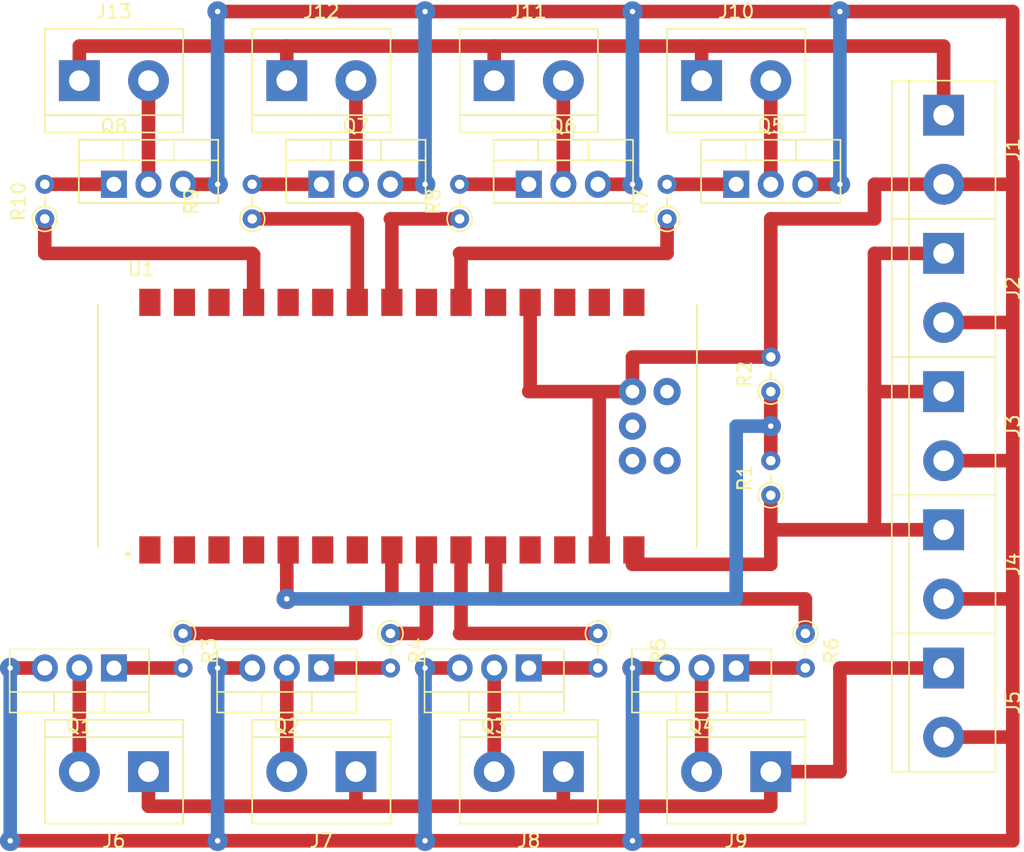
<source format=kicad_pcb>
(kicad_pcb (version 20211014) (generator pcbnew)
  (layers (0 "F.Cu" signal) (31 "B.Cu" signal) (34 "B.Paste" user) (35 "F.Paste" user) (36 "B.SilkS" user "B.Silkscreen") (37 "F.SilkS" user "F.Silkscreen") (38 "B.Mask" user) (39 "F.Mask" user) (44 "Edge.Cuts" user))
  (net 0 "")
  (net 1 "+BATT")
  (net 2 "GND")
  (net 3 "+12V")
  (net 4 "+3V0")
  (net 5 "Net-(J6-Pad2)")
  (net 6 "Net-(J7-Pad2)")
  (net 7 "Net-(J8-Pad2)")
  (net 8 "Net-(J9-Pad2)")
  (net 9 "Net-(J10-Pad2)")
  (net 10 "Net-(J11-Pad2)")
  (net 11 "Net-(J12-Pad2)")
  (net 12 "Net-(J13-Pad2)")
  (net 13 "Net-(Q1-Pad1)")
  (net 14 "Net-(Q2-Pad1)")
  (net 15 "Net-(Q3-Pad1)")
  (net 16 "Net-(Q4-Pad1)")
  (net 17 "Net-(Q5-Pad1)")
  (net 18 "Net-(Q6-Pad1)")
  (net 19 "Net-(Q7-Pad1)")
  (net 20 "Net-(Q8-Pad1)")
  (net 21 "/HEATER")
  (net 22 "/PUMP")
  (net 23 "/LASER_LEFT")
  (net 24 "/LASER_RIGHT")
  (net 25 "/LED_R")
  (net 26 "/LED_G")
  (net 27 "/LED_B")
  (net 28 "/LED_W")
  (net 50 "Net-(U1-Pad5)")
  (footprint "TerminalBlock:TerminalBlock_bornier-2_P5.08mm" (layer "F.Cu") (at 109.22 38.1)
    (fp_text reference "J12" (at 2.54 -5.08) (layer "F.SilkS"))
    (fp_text value "Conn_01x02_Female")
    (fp_line (start -2.54 3.81) (end 7.62 3.81) (layer "F.SilkS") (width 0.12))
    (fp_line (start 7.62 -3.81) (end -2.54 -3.81) (layer "F.SilkS") (width 0.12))
    (fp_line (start 7.62 3.81) (end 7.62 -3.81) (layer "F.SilkS") (width 0.12))
    (fp_line (start 7.62 2.54) (end -2.54 2.54) (layer "F.SilkS") (width 0.12))
    (fp_line (start -2.54 -3.81) (end -2.54 3.81) (layer "F.SilkS") (width 0.12))
    (pad "1" thru_hole rect (at 0 0) (size 3 3) (drill 1.52) (layers *.Cu *.Mask) (net 3 "+12V"))
    (pad "2" thru_hole circle (at 5.08 0) (size 3 3) (drill 1.52) (layers *.Cu *.Mask) (net 11 "Net-(J12-Pad2)"))
  )
  (footprint "Resistor_THT:R_Axial_DIN0204_L3.6mm_D1.6mm_P2.54mm_Vertical" (layer "F.Cu") (at 137.16 48.26 90)
    (fp_text reference "R7" (at 1.27 -1.92 90) (layer "F.SilkS"))
    (fp_text value "R")
    (fp_line (start 0.92 0) (end 1.54 0) (layer "F.SilkS") (width 0.12))
    (fp_circle (center 0 0) (end 0.92 0) (layer "F.SilkS") (width 0.12) (fill none))
    (pad "1" thru_hole circle (at 0 0 90) (size 1.4 1.4) (drill 0.7) (layers *.Cu *.Mask) (net 25 "/LED_R"))
    (pad "2" thru_hole oval (at 2.54 0 90) (size 1.4 1.4) (drill 0.7) (layers *.Cu *.Mask) (net 17 "Net-(Q5-Pad1)"))
  )
  (footprint "Resistor_THT:R_Axial_DIN0204_L3.6mm_D1.6mm_P2.54mm_Vertical" (layer "F.Cu") (at 132.08 78.74 -90)
    (fp_text reference "R5" (at 1.27 -4.46 90) (layer "F.SilkS"))
    (fp_text value "R")
    (fp_line (start 0.92 0) (end 1.54 0) (layer "F.SilkS") (width 0.12))
    (fp_circle (center 0 0) (end 0.92 0) (layer "F.SilkS") (width 0.12) (fill none))
    (pad "1" thru_hole circle (at 0 0 270) (size 1.4 1.4) (drill 0.7) (layers *.Cu *.Mask) (net 23 "/LASER_LEFT"))
    (pad "2" thru_hole oval (at 2.54 0 270) (size 1.4 1.4) (drill 0.7) (layers *.Cu *.Mask) (net 15 "Net-(Q3-Pad1)"))
  )
  (footprint "Resistor_THT:R_Axial_DIN0204_L3.6mm_D1.6mm_P2.54mm_Vertical" (layer "F.Cu") (at 116.84 78.74 -90)
    (fp_text reference "R4" (at 1.27 -1.92 90) (layer "F.SilkS"))
    (fp_text value "R")
    (fp_line (start 0.92 0) (end 1.54 0) (layer "F.SilkS") (width 0.12))
    (fp_circle (center 0 0) (end 0.92 0) (layer "F.SilkS") (width 0.12) (fill none))
    (pad "1" thru_hole circle (at 0 0 270) (size 1.4 1.4) (drill 0.7) (layers *.Cu *.Mask) (net 22 "/PUMP"))
    (pad "2" thru_hole oval (at 2.54 0 270) (size 1.4 1.4) (drill 0.7) (layers *.Cu *.Mask) (net 14 "Net-(Q2-Pad1)"))
  )
  (footprint "TerminalBlock:TerminalBlock_bornier-2_P5.08mm" (layer "F.Cu") (at 129.54 88.9 180)
    (fp_text reference "J8" (at 2.54 -5.08) (layer "F.SilkS"))
    (fp_text value "Conn_01x02_Female")
    (fp_line (start 7.62 3.81) (end 7.62 -3.81) (layer "F.SilkS") (width 0.12))
    (fp_line (start 7.62 2.54) (end -2.54 2.54) (layer "F.SilkS") (width 0.12))
    (fp_line (start -2.54 3.81) (end 7.62 3.81) (layer "F.SilkS") (width 0.12))
    (fp_line (start 7.62 -3.81) (end -2.54 -3.81) (layer "F.SilkS") (width 0.12))
    (fp_line (start -2.54 -3.81) (end -2.54 3.81) (layer "F.SilkS") (width 0.12))
    (pad "1" thru_hole rect (at 0 0 180) (size 3 3) (drill 1.52) (layers *.Cu *.Mask) (net 4 "+3V0"))
    (pad "2" thru_hole circle (at 5.08 0 180) (size 3 3) (drill 1.52) (layers *.Cu *.Mask) (net 7 "Net-(J8-Pad2)"))
  )
  (footprint "TerminalBlock:TerminalBlock_bornier-2_P5.08mm" (layer "F.Cu") (at 124.46 38.1)
    (fp_text reference "J11" (at 2.54 -5.08) (layer "F.SilkS"))
    (fp_text value "Conn_01x02_Female")
    (fp_line (start 7.62 2.54) (end -2.54 2.54) (layer "F.SilkS") (width 0.12))
    (fp_line (start -2.54 3.81) (end 7.62 3.81) (layer "F.SilkS") (width 0.12))
    (fp_line (start -2.54 -3.81) (end -2.54 3.81) (layer "F.SilkS") (width 0.12))
    (fp_line (start 7.62 3.81) (end 7.62 -3.81) (layer "F.SilkS") (width 0.12))
    (fp_line (start 7.62 -3.81) (end -2.54 -3.81) (layer "F.SilkS") (width 0.12))
    (pad "1" thru_hole rect (at 0 0) (size 3 3) (drill 1.52) (layers *.Cu *.Mask) (net 3 "+12V"))
    (pad "2" thru_hole circle (at 5.08 0) (size 3 3) (drill 1.52) (layers *.Cu *.Mask) (net 10 "Net-(J11-Pad2)"))
  )
  (footprint "Package_TO_SOT_THT:TO-220-3_Vertical" (layer "F.Cu") (at 142.24 45.72)
    (fp_text reference "Q5" (at 2.54 -4.27) (layer "F.SilkS"))
    (fp_text value "TIP41C")
    (fp_line (start 7.66 -3.27) (end 7.66 1.371) (layer "F.SilkS") (width 0.12))
    (fp_line (start 0.69 -3.27) (end 0.69 -1.76) (layer "F.SilkS") (width 0.12))
    (fp_line (start -2.58 -3.27) (end 7.66 -3.27) (layer "F.SilkS") (width 0.12))
    (fp_line (start -2.58 1.371) (end 7.66 1.371) (layer "F.SilkS") (width 0.12))
    (fp_line (start 4.391 -3.27) (end 4.391 -1.76) (layer "F.SilkS") (width 0.12))
    (fp_line (start -2.58 -1.76) (end 7.66 -1.76) (layer "F.SilkS") (width 0.12))
    (fp_line (start -2.58 -3.27) (end -2.58 1.371) (layer "F.SilkS") (width 0.12))
    (pad "1" thru_hole rect (at 0 0) (size 1.905 2) (drill 1.1) (layers *.Cu *.Mask) (net 17 "Net-(Q5-Pad1)"))
    (pad "2" thru_hole oval (at 2.54 0) (size 1.905 2) (drill 1.1) (layers *.Cu *.Mask) (net 9 "Net-(J10-Pad2)"))
    (pad "3" thru_hole oval (at 5.08 0) (size 1.905 2) (drill 1.1) (layers *.Cu *.Mask) (net 2 "GND"))
  )
  (footprint "Resistor_THT:R_Axial_DIN0204_L3.6mm_D1.6mm_P2.54mm_Vertical" (layer "F.Cu") (at 91.44 48.26 90)
    (fp_text reference "R10" (at 1.27 -1.92 90) (layer "F.SilkS"))
    (fp_text value "R")
    (fp_line (start 0.92 0) (end 1.54 0) (layer "F.SilkS") (width 0.12))
    (fp_circle (center 0 0) (end 0.92 0) (layer "F.SilkS") (width 0.12) (fill none))
    (pad "1" thru_hole circle (at 0 0 90) (size 1.4 1.4) (drill 0.7) (layers *.Cu *.Mask) (net 28 "/LED_W"))
    (pad "2" thru_hole oval (at 2.54 0 90) (size 1.4 1.4) (drill 0.7) (layers *.Cu *.Mask) (net 20 "Net-(Q8-Pad1)"))
  )
  (footprint "TerminalBlock:TerminalBlock_bornier-2_P5.08mm" (layer "F.Cu") (at 93.98 38.1)
    (fp_text reference "J13" (at 2.54 -5.08) (layer "F.SilkS"))
    (fp_text value "Conn_01x02_Female")
    (fp_line (start -2.54 3.81) (end 7.62 3.81) (layer "F.SilkS") (width 0.12))
    (fp_line (start 7.62 -3.81) (end -2.54 -3.81) (layer "F.SilkS") (width 0.12))
    (fp_line (start 7.62 3.81) (end 7.62 -3.81) (layer "F.SilkS") (width 0.12))
    (fp_line (start 7.62 2.54) (end -2.54 2.54) (layer "F.SilkS") (width 0.12))
    (fp_line (start -2.54 -3.81) (end -2.54 3.81) (layer "F.SilkS") (width 0.12))
    (pad "1" thru_hole rect (at 0 0) (size 3 3) (drill 1.52) (layers *.Cu *.Mask) (net 3 "+12V"))
    (pad "2" thru_hole circle (at 5.08 0) (size 3 3) (drill 1.52) (layers *.Cu *.Mask) (net 12 "Net-(J13-Pad2)"))
  )
  (footprint "TerminalBlock:TerminalBlock_bornier-2_P5.08mm" (layer "F.Cu") (at 99.06 88.9 180)
    (fp_text reference "J6" (at 2.54 -5.08) (layer "F.SilkS"))
    (fp_text value "Conn_01x02_Female")
    (fp_line (start -2.54 -3.81) (end -2.54 3.81) (layer "F.SilkS") (width 0.12))
    (fp_line (start 7.62 -3.81) (end -2.54 -3.81) (layer "F.SilkS") (width 0.12))
    (fp_line (start 7.62 3.81) (end 7.62 -3.81) (layer "F.SilkS") (width 0.12))
    (fp_line (start 7.62 2.54) (end -2.54 2.54) (layer "F.SilkS") (width 0.12))
    (fp_line (start -2.54 3.81) (end 7.62 3.81) (layer "F.SilkS") (width 0.12))
    (pad "1" thru_hole rect (at 0 0 180) (size 3 3) (drill 1.52) (layers *.Cu *.Mask) (net 4 "+3V0"))
    (pad "2" thru_hole circle (at 5.08 0 180) (size 3 3) (drill 1.52) (layers *.Cu *.Mask) (net 5 "Net-(J6-Pad2)"))
  )
  (footprint "Resistor_THT:R_Axial_DIN0204_L3.6mm_D1.6mm_P2.54mm_Vertical" (layer "F.Cu") (at 101.6 78.74 -90)
    (fp_text reference "R3" (at 1.27 -1.92 90) (layer "F.SilkS"))
    (fp_text value "R")
    (fp_line (start 0.92 0) (end 1.54 0) (layer "F.SilkS") (width 0.12))
    (fp_circle (center 0 0) (end 0.92 0) (layer "F.SilkS") (width 0.12) (fill none))
    (pad "1" thru_hole circle (at 0 0 270) (size 1.4 1.4) (drill 0.7) (layers *.Cu *.Mask) (net 21 "/HEATER"))
    (pad "2" thru_hole oval (at 2.54 0 270) (size 1.4 1.4) (drill 0.7) (layers *.Cu *.Mask) (net 13 "Net-(Q1-Pad1)"))
  )
  (footprint "Package_TO_SOT_THT:TO-220-3_Vertical" (layer "F.Cu") (at 111.76 45.72)
    (fp_text reference "Q7" (at 2.54 -4.27) (layer "F.SilkS"))
    (fp_text value "TIP41C")
    (fp_line (start -2.58 -1.76) (end 7.66 -1.76) (layer "F.SilkS") (width 0.12))
    (fp_line (start 7.66 -3.27) (end 7.66 1.371) (layer "F.SilkS") (width 0.12))
    (fp_line (start -2.58 1.371) (end 7.66 1.371) (layer "F.SilkS") (width 0.12))
    (fp_line (start -2.58 -3.27) (end -2.58 1.371) (layer "F.SilkS") (width 0.12))
    (fp_line (start 4.391 -3.27) (end 4.391 -1.76) (layer "F.SilkS") (width 0.12))
    (fp_line (start 0.69 -3.27) (end 0.69 -1.76) (layer "F.SilkS") (width 0.12))
    (fp_line (start -2.58 -3.27) (end 7.66 -3.27) (layer "F.SilkS") (width 0.12))
    (pad "1" thru_hole rect (at 0 0) (size 1.905 2) (drill 1.1) (layers *.Cu *.Mask) (net 19 "Net-(Q7-Pad1)"))
    (pad "2" thru_hole oval (at 2.54 0) (size 1.905 2) (drill 1.1) (layers *.Cu *.Mask) (net 11 "Net-(J12-Pad2)"))
    (pad "3" thru_hole oval (at 5.08 0) (size 1.905 2) (drill 1.1) (layers *.Cu *.Mask) (net 2 "GND"))
  )
  (footprint "Package_TO_SOT_THT:TO-220-3_Vertical" (layer "F.Cu") (at 142.24 81.28 180)
    (fp_text reference "Q4" (at 2.54 -4.27) (layer "F.SilkS"))
    (fp_text value "TIP41C")
    (fp_line (start 7.66 -3.27) (end 7.66 1.371) (layer "F.SilkS") (width 0.12))
    (fp_line (start 0.69 -3.27) (end 0.69 -1.76) (layer "F.SilkS") (width 0.12))
    (fp_line (start -2.58 1.371) (end 7.66 1.371) (layer "F.SilkS") (width 0.12))
    (fp_line (start -2.58 -1.76) (end 7.66 -1.76) (layer "F.SilkS") (width 0.12))
    (fp_line (start -2.58 -3.27) (end 7.66 -3.27) (layer "F.SilkS") (width 0.12))
    (fp_line (start 4.391 -3.27) (end 4.391 -1.76) (layer "F.SilkS") (width 0.12))
    (fp_line (start -2.58 -3.27) (end -2.58 1.371) (layer "F.SilkS") (width 0.12))
    (pad "1" thru_hole rect (at 0 0 180) (size 1.905 2) (drill 1.1) (layers *.Cu *.Mask) (net 16 "Net-(Q4-Pad1)"))
    (pad "2" thru_hole oval (at 2.54 0 180) (size 1.905 2) (drill 1.1) (layers *.Cu *.Mask) (net 8 "Net-(J9-Pad2)"))
    (pad "3" thru_hole oval (at 5.08 0 180) (size 1.905 2) (drill 1.1) (layers *.Cu *.Mask) (net 2 "GND"))
  )
  (footprint "Package_TO_SOT_THT:TO-220-3_Vertical" (layer "F.Cu") (at 96.52 81.28 180)
    (fp_text reference "Q1" (at 2.54 -4.27) (layer "F.SilkS"))
    (fp_text value "TIP41C")
    (fp_line (start -2.58 -1.76) (end 7.66 -1.76) (layer "F.SilkS") (width 0.12))
    (fp_line (start -2.58 1.371) (end 7.66 1.371) (layer "F.SilkS") (width 0.12))
    (fp_line (start -2.58 -3.27) (end 7.66 -3.27) (layer "F.SilkS") (width 0.12))
    (fp_line (start 0.69 -3.27) (end 0.69 -1.76) (layer "F.SilkS") (width 0.12))
    (fp_line (start 7.66 -3.27) (end 7.66 1.371) (layer "F.SilkS") (width 0.12))
    (fp_line (start 4.391 -3.27) (end 4.391 -1.76) (layer "F.SilkS") (width 0.12))
    (fp_line (start -2.58 -3.27) (end -2.58 1.371) (layer "F.SilkS") (width 0.12))
    (pad "1" thru_hole rect (at 0 0 180) (size 1.905 2) (drill 1.1) (layers *.Cu *.Mask) (net 13 "Net-(Q1-Pad1)"))
    (pad "2" thru_hole oval (at 2.54 0 180) (size 1.905 2) (drill 1.1) (layers *.Cu *.Mask) (net 5 "Net-(J6-Pad2)"))
    (pad "3" thru_hole oval (at 5.08 0 180) (size 1.905 2) (drill 1.1) (layers *.Cu *.Mask) (net 2 "GND"))
  )
  (footprint "Package_TO_SOT_THT:TO-220-3_Vertical" (layer "F.Cu") (at 111.76 81.28 180)
    (fp_text reference "Q2" (at 2.54 -4.27) (layer "F.SilkS"))
    (fp_text value "TIP41C")
    (fp_line (start 7.66 -3.27) (end 7.66 1.371) (layer "F.SilkS") (width 0.12))
    (fp_line (start -2.58 -1.76) (end 7.66 -1.76) (layer "F.SilkS") (width 0.12))
    (fp_line (start -2.58 1.371) (end 7.66 1.371) (layer "F.SilkS") (width 0.12))
    (fp_line (start -2.58 -3.27) (end -2.58 1.371) (layer "F.SilkS") (width 0.12))
    (fp_line (start -2.58 -3.27) (end 7.66 -3.27) (layer "F.SilkS") (width 0.12))
    (fp_line (start 0.69 -3.27) (end 0.69 -1.76) (layer "F.SilkS") (width 0.12))
    (fp_line (start 4.391 -3.27) (end 4.391 -1.76) (layer "F.SilkS") (width 0.12))
    (pad "1" thru_hole rect (at 0 0 180) (size 1.905 2) (drill 1.1) (layers *.Cu *.Mask) (net 14 "Net-(Q2-Pad1)"))
    (pad "2" thru_hole oval (at 2.54 0 180) (size 1.905 2) (drill 1.1) (layers *.Cu *.Mask) (net 6 "Net-(J7-Pad2)"))
    (pad "3" thru_hole oval (at 5.08 0 180) (size 1.905 2) (drill 1.1) (layers *.Cu *.Mask) (net 2 "GND"))
  )
  (footprint "arduino:NANO 33 IOT" (layer "F.Cu") (at 117.3516 63.5)
    (fp_text reference "U1" (at -18.825 -11.525) (layer "F.SilkS"))
    (fp_text value "nano 33 IoT")
    (fp_line (start 22 8.89) (end 22 -8.89) (layer "F.SilkS") (width 0.127))
    (fp_line (start -22 -8.89) (end -22 8.89) (layer "F.SilkS") (width 0.127))
    (fp_circle (center -19.83 9.4) (end -19.73 9.4) (layer "F.SilkS") (width 0.2) (fill none))
    (pad "" np_thru_hole circle (at -20.73 7.62) (size 1.651 1.651) (drill 1.651) (layers *.Cu *.Mask))
    (pad "" np_thru_hole circle (at -20.73 -7.62) (size 1.651 1.651) (drill 1.651) (layers *.Cu *.Mask))
    (pad "" np_thru_hole circle (at 19.91 7.62) (size 1.651 1.651) (drill 1.651) (layers *.Cu *.Mask))
    (pad "" np_thru_hole circle (at 19.91 -7.62) (size 1.651 1.651) (drill 1.651) (layers *.Cu *.Mask))
    (pad "1" smd rect (at -18.19 9.1) (size 1.56 2) (layers "F.Cu" "F.Paste" "F.Mask"))
    (pad "2" smd rect (at -15.65 9.1) (size 1.56 2) (layers "F.Cu" "F.Paste" "F.Mask"))
    (pad "3" smd rect (at -13.11 9.1) (size 1.56 2) (layers "F.Cu" "F.Paste" "F.Mask"))
    (pad "4" smd rect (at -10.57 9.1) (size 1.56 2) (layers "F.Cu" "F.Paste" "F.Mask"))
    (pad "5" smd rect (at -8.03 9.1) (size 1.56 2) (layers "F.Cu" "F.Paste" "F.Mask") (net 50 "Net-(U1-Pad5)"))
    (pad "6" smd rect (at -5.49 9.1) (size 1.56 2) (layers "F.Cu" "F.Paste" "F.Mask"))
    (pad "7" smd rect (at -2.95 9.1) (size 1.56 2) (layers "F.Cu" "F.Paste" "F.Mask"))
    (pad "8" smd rect (at -0.41 9.1) (size 1.56 2) (layers "F.Cu" "F.Paste" "F.Mask") (net 21 "/HEATER"))
    (pad "9" smd rect (at 2.13 9.1) (size 1.56 2) (layers "F.Cu" "F.Paste" "F.Mask") (net 22 "/PUMP"))
    (pad "10" smd rect (at 4.67 9.1) (size 1.56 2) (layers "F.Cu" "F.Paste" "F.Mask") (net 23 "/LASER_LEFT"))
    (pad "11" smd rect (at 7.21 9.1) (size 1.56 2) (layers "F.Cu" "F.Paste" "F.Mask") (net 24 "/LASER_RIGHT"))
    (pad "12" smd rect (at 9.75 9.1) (size 1.56 2) (layers "F.Cu" "F.Paste" "F.Mask"))
    (pad "13" smd rect (at 12.29 9.1) (size 1.56 2) (layers "F.Cu" "F.Paste" "F.Mask"))
    (pad "14" smd rect (at 14.83 9.1) (size 1.56 2) (layers "F.Cu" "F.Paste" "F.Mask") (net 2 "GND"))
    (pad "15" smd rect (at 17.37 9.1) (size 1.56 2) (layers "F.Cu" "F.Paste" "F.Mask") (net 1 "+BATT"))
    (pad "16" smd rect (at 17.37 -9.1 180) (size 1.56 2) (layers "F.Cu" "F.Paste" "F.Mask"))
    (pad "17" smd rect (at 14.83 -9.1 180) (size 1.56 2) (layers "F.Cu" "F.Paste" "F.Mask"))
    (pad "18" smd rect (at 12.29 -9.1 180) (size 1.56 2) (layers "F.Cu" "F.Paste" "F.Mask"))
    (pad "19" smd rect (at 9.75 -9.1 180) (size 1.56 2) (layers "F.Cu" "F.Paste" "F.Mask") (net 2 "GND"))
    (pad "20" smd rect (at 7.21 -9.1 180) (size 1.56 2) (layers "F.Cu" "F.Paste" "F.Mask"))
    (pad "21" smd rect (at 4.67 -9.1 180) (size 1.56 2) (layers "F.Cu" "F.Paste" "F.Mask") (net 25 "/LED_R"))
    (pad "22" smd rect (at 2.13 -9.1 180) (size 1.56 2) (layers "F.Cu" "F.Paste" "F.Mask"))
    (pad "23" smd rect (at -0.41 -9.1 180) (size 1.56 2) (layers "F.Cu" "F.Paste" "F.Mask") (net 26 "/LED_G"))
    (pad "24" smd rect (at -2.95 -9.1 180) (size 1.56 2) (layers "F.Cu" "F.Paste" "F.Mask") (net 27 "/LED_B"))
    (pad "25" smd rect (at -5.49 -9.1 180) (size 1.56 2) (layers "F.Cu" "F.Paste" "F.Mask"))
    (pad "26" smd rect (at -8.03 -9.1 180) (size 1.56 2) (layers "F.Cu" "F.Paste" "F.Mask"))
    (pad "27" smd rect (at -10.57 -9.1 180) (size 1.56 2) (layers "F.Cu" "F.Paste" "F.Mask") (net 28 "/LED_W"))
    (pad "28" smd rect (at -13.11 -9.1 180) (size 1.56 2) (layers "F.Cu" "F.Paste" "F.Mask"))
    (pad "29" smd rect (at -15.65 -9.1 180) (size 1.56 2) (layers "F.Cu" "F.Paste" "F.Mask"))
    (pad "30" smd rect (at -18.19 -9.1 180) (size 1.56 2) (layers "F.Cu" "F.Paste" "F.Mask"))
    (pad "31" thru_hole circle (at 17.2684 2.54) (size 2 2) (drill 1) (layers *.Cu *.Mask))
    (pad "32" thru_hole circle (at 19.8084 2.54) (size 2 2) (drill 1) (layers *.Cu *.Mask))
    (pad "33" thru_hole circle (at 17.2684 0) (size 2 2) (drill 1) (layers *.Cu *.Mask))
    (pad "35" thru_hole circle (at 17.2684 -2.54) (size 2 2) (drill 1) (layers *.Cu *.Mask) (net 2 "GND"))
    (pad "36" thru_hole circle (at 19.8084 -2.54) (size 2 2) (drill 1) (layers *.Cu *.Mask))
  )
  (footprint "TerminalBlock:TerminalBlock_bornier-2_P5.08mm" (layer "F.Cu") (at 139.7 38.1)
    (fp_text reference "J10" (at 2.54 -5.08) (layer "F.SilkS"))
    (fp_text value "Conn_01x02_Female")
    (fp_line (start -2.54 3.81) (end 7.62 3.81) (layer "F.SilkS") (width 0.12))
    (fp_line (start 7.62 2.54) (end -2.54 2.54) (layer "F.SilkS") (width 0.12))
    (fp_line (start 7.62 -3.81) (end -2.54 -3.81) (layer "F.SilkS") (width 0.12))
    (fp_line (start -2.54 -3.81) (end -2.54 3.81) (layer "F.SilkS") (width 0.12))
    (fp_line (start 7.62 3.81) (end 7.62 -3.81) (layer "F.SilkS") (width 0.12))
    (pad "1" thru_hole rect (at 0 0) (size 3 3) (drill 1.52) (layers *.Cu *.Mask) (net 3 "+12V"))
    (pad "2" thru_hole circle (at 5.08 0) (size 3 3) (drill 1.52) (layers *.Cu *.Mask) (net 9 "Net-(J10-Pad2)"))
  )
  (footprint "TerminalBlock:TerminalBlock_bornier-2_P5.08mm" (layer "F.Cu") (at 114.3 88.9 180)
    (fp_text reference "J7" (at 2.54 -5.08) (layer "F.SilkS"))
    (fp_text value "Conn_01x02_Female")
    (fp_line (start -2.54 3.81) (end 7.62 3.81) (layer "F.SilkS") (width 0.12))
    (fp_line (start -2.54 -3.81) (end -2.54 3.81) (layer "F.SilkS") (width 0.12))
    (fp_line (start 7.62 -3.81) (end -2.54 -3.81) (layer "F.SilkS") (width 0.12))
    (fp_line (start 7.62 2.54) (end -2.54 2.54) (layer "F.SilkS") (width 0.12))
    (fp_line (start 7.62 3.81) (end 7.62 -3.81) (layer "F.SilkS") (width 0.12))
    (pad "1" thru_hole rect (at 0 0 180) (size 3 3) (drill 1.52) (layers *.Cu *.Mask) (net 4 "+3V0"))
    (pad "2" thru_hole circle (at 5.08 0 180) (size 3 3) (drill 1.52) (layers *.Cu *.Mask) (net 6 "Net-(J7-Pad2)"))
  )
  (footprint "Resistor_THT:R_Axial_DIN0204_L3.6mm_D1.6mm_P2.54mm_Vertical" (layer "F.Cu") (at 147.32 78.74 -90)
    (fp_text reference "R6" (at 1.27 -1.92 90) (layer "F.SilkS"))
    (fp_text value "R")
    (fp_line (start 0.92 0) (end 1.54 0) (layer "F.SilkS") (width 0.12))
    (fp_circle (center 0 0) (end 0.92 0) (layer "F.SilkS") (width 0.12) (fill none))
    (pad "1" thru_hole circle (at 0 0 270) (size 1.4 1.4) (drill 0.7) (layers *.Cu *.Mask) (net 24 "/LASER_RIGHT"))
    (pad "2" thru_hole oval (at 2.54 0 270) (size 1.4 1.4) (drill 0.7) (layers *.Cu *.Mask) (net 16 "Net-(Q4-Pad1)"))
  )
  (footprint "Package_TO_SOT_THT:TO-220-3_Vertical" (layer "F.Cu") (at 127 81.28 180)
    (fp_text reference "Q3" (at 2.54 -4.27) (layer "F.SilkS"))
    (fp_text value "TIP41C")
    (fp_line (start -2.58 1.371) (end 7.66 1.371) (layer "F.SilkS") (width 0.12))
    (fp_line (start -2.58 -3.27) (end -2.58 1.371) (layer "F.SilkS") (width 0.12))
    (fp_line (start -2.58 -3.27) (end 7.66 -3.27) (layer "F.SilkS") (width 0.12))
    (fp_line (start -2.58 -1.76) (end 7.66 -1.76) (layer "F.SilkS") (width 0.12))
    (fp_line (start 4.391 -3.27) (end 4.391 -1.76) (layer "F.SilkS") (width 0.12))
    (fp_line (start 0.69 -3.27) (end 0.69 -1.76) (layer "F.SilkS") (width 0.12))
    (fp_line (start 7.66 -3.27) (end 7.66 1.371) (layer "F.SilkS") (width 0.12))
    (pad "1" thru_hole rect (at 0 0 180) (size 1.905 2) (drill 1.1) (layers *.Cu *.Mask) (net 15 "Net-(Q3-Pad1)"))
    (pad "2" thru_hole oval (at 2.54 0 180) (size 1.905 2) (drill 1.1) (layers *.Cu *.Mask) (net 7 "Net-(J8-Pad2)"))
    (pad "3" thru_hole oval (at 5.08 0 180) (size 1.905 2) (drill 1.1) (layers *.Cu *.Mask) (net 2 "GND"))
  )
  (footprint "Package_TO_SOT_THT:TO-220-3_Vertical" (layer "F.Cu") (at 96.52 45.72)
    (fp_text reference "Q8" (at 0 -4.27) (layer "F.SilkS"))
    (fp_text value "TIP41C")
    (fp_line (start 7.66 -3.27) (end 7.66 1.371) (layer "F.SilkS") (width 0.12))
    (fp_line (start -2.58 -1.76) (end 7.66 -1.76) (layer "F.SilkS") (width 0.12))
    (fp_line (start -2.58 -3.27) (end 7.66 -3.27) (layer "F.SilkS") (width 0.12))
    (fp_line (start -2.58 1.371) (end 7.66 1.371) (layer "F.SilkS") (width 0.12))
    (fp_line (start 0.69 -3.27) (end 0.69 -1.76) (layer "F.SilkS") (width 0.12))
    (fp_line (start -2.58 -3.27) (end -2.58 1.371) (layer "F.SilkS") (width 0.12))
    (fp_line (start 4.391 -3.27) (end 4.391 -1.76) (layer "F.SilkS") (width 0.12))
    (pad "1" thru_hole rect (at 0 0) (size 1.905 2) (drill 1.1) (layers *.Cu *.Mask) (net 20 "Net-(Q8-Pad1)"))
    (pad "2" thru_hole oval (at 2.54 0) (size 1.905 2) (drill 1.1) (layers *.Cu *.Mask) (net 12 "Net-(J13-Pad2)"))
    (pad "3" thru_hole oval (at 5.08 0) (size 1.905 2) (drill 1.1) (layers *.Cu *.Mask) (net 2 "GND"))
  )
  (footprint "Resistor_THT:R_Axial_DIN0204_L3.6mm_D1.6mm_P2.54mm_Vertical" (layer "F.Cu") (at 144.78 60.96 90)
    (fp_text reference "R2" (at 1.27 -1.92 90) (layer "F.SilkS"))
    (fp_text value "R")
    (fp_line (start 0.92 0) (end 1.54 0) (layer "F.SilkS") (width 0.12))
    (fp_circle (center 0 0) (end 0.92 0) (layer "F.SilkS") (width 0.12) (fill none))
    (pad "1" thru_hole circle (at 0 0 90) (size 1.4 1.4) (drill 0.7) (layers *.Cu *.Mask) (net 50 "Net-(U1-Pad5)"))
    (pad "2" thru_hole oval (at 2.54 0 90) (size 1.4 1.4) (drill 0.7) (layers *.Cu *.Mask) (net 2 "GND"))
  )
  (footprint "Resistor_THT:R_Axial_DIN0204_L3.6mm_D1.6mm_P2.54mm_Vertical" (layer "F.Cu") (at 144.78 68.58 90)
    (fp_text reference "R1" (at 1.27 -1.92 90) (layer "F.SilkS"))
    (fp_text value "R")
    (fp_line (start 0.92 0) (end 1.54 0) (layer "F.SilkS") (width 0.12))
    (fp_circle (center 0 0) (end 0.92 0) (layer "F.SilkS") (width 0.12) (fill none))
    (pad "1" thru_hole circle (at 0 0 90) (size 1.4 1.4) (drill 0.7) (layers *.Cu *.Mask) (net 1 "+BATT"))
    (pad "2" thru_hole oval (at 2.54 0 90) (size 1.4 1.4) (drill 0.7) (layers *.Cu *.Mask) (net 50 "Net-(U1-Pad5)"))
  )
  (footprint "Resistor_THT:R_Axial_DIN0204_L3.6mm_D1.6mm_P2.54mm_Vertical" (layer "F.Cu") (at 106.68 48.26 90)
    (fp_text reference "R9" (at 1.27 -4.46 90) (layer "F.SilkS"))
    (fp_text value "R")
    (fp_line (start 0.92 0) (end 1.54 0) (layer "F.SilkS") (width 0.12))
    (fp_circle (center 0 0) (end 0.92 0) (layer "F.SilkS") (width 0.12) (fill none))
    (pad "1" thru_hole circle (at 0 0 90) (size 1.4 1.4) (drill 0.7) (layers *.Cu *.Mask) (net 27 "/LED_B"))
    (pad "2" thru_hole oval (at 2.54 0 90) (size 1.4 1.4) (drill 0.7) (layers *.Cu *.Mask) (net 19 "Net-(Q7-Pad1)"))
  )
  (footprint "TerminalBlock:TerminalBlock_bornier-2_P5.08mm" (layer "F.Cu") (at 157.48 71.12 -90)
    (fp_text reference "J4" (at 2.54 -5.08 90) (layer "F.SilkS"))
    (fp_text value "Conn_01x02_Female")
    (fp_line (start 7.62 2.54) (end -2.54 2.54) (layer "F.SilkS") (width 0.12))
    (fp_line (start -2.54 -3.81) (end -2.54 3.81) (layer "F.SilkS") (width 0.12))
    (fp_line (start 7.62 -3.81) (end -2.54 -3.81) (layer "F.SilkS") (width 0.12))
    (fp_line (start 7.62 3.81) (end 7.62 -3.81) (layer "F.SilkS") (width 0.12))
    (fp_line (start -2.54 3.81) (end 7.62 3.81) (layer "F.SilkS") (width 0.12))
    (pad "1" thru_hole rect (at 0 0 270) (size 3 3) (drill 1.52) (layers *.Cu *.Mask) (net 1 "+BATT"))
    (pad "2" thru_hole circle (at 5.08 0 270) (size 3 3) (drill 1.52) (layers *.Cu *.Mask) (net 2 "GND"))
  )
  (footprint "TerminalBlock:TerminalBlock_bornier-2_P5.08mm" (layer "F.Cu") (at 157.48 50.8 -90)
    (fp_text reference "J2" (at 2.54 -5.08 90) (layer "F.SilkS"))
    (fp_text value "Conn_01x02_Female")
    (fp_line (start 7.62 3.81) (end 7.62 -3.81) (layer "F.SilkS") (width 0.12))
    (fp_line (start -2.54 -3.81) (end -2.54 3.81) (layer "F.SilkS") (width 0.12))
    (fp_line (start 7.62 -3.81) (end -2.54 -3.81) (layer "F.SilkS") (width 0.12))
    (fp_line (start 7.62 2.54) (end -2.54 2.54) (layer "F.SilkS") (width 0.12))
    (fp_line (start -2.54 3.81) (end 7.62 3.81) (layer "F.SilkS") (width 0.12))
    (pad "1" thru_hole rect (at 0 0 270) (size 3 3) (drill 1.52) (layers *.Cu *.Mask) (net 1 "+BATT"))
    (pad "2" thru_hole circle (at 5.08 0 270) (size 3 3) (drill 1.52) (layers *.Cu *.Mask) (net 2 "GND"))
  )
  (footprint "TerminalBlock:TerminalBlock_bornier-2_P5.08mm" (layer "F.Cu") (at 157.48 60.96 -90)
    (fp_text reference "J3" (at 2.54 -5.08 90) (layer "F.SilkS"))
    (fp_text value "Conn_01x02_Female")
    (fp_line (start 7.62 2.54) (end -2.54 2.54) (layer "F.SilkS") (width 0.12))
    (fp_line (start -2.54 3.81) (end 7.62 3.81) (layer "F.SilkS") (width 0.12))
    (fp_line (start 7.62 3.81) (end 7.62 -3.81) (layer "F.SilkS") (width 0.12))
    (fp_line (start -2.54 -3.81) (end -2.54 3.81) (layer "F.SilkS") (width 0.12))
    (fp_line (start 7.62 -3.81) (end -2.54 -3.81) (layer "F.SilkS") (width 0.12))
    (pad "1" thru_hole rect (at 0 0 270) (size 3 3) (drill 1.52) (layers *.Cu *.Mask) (net 1 "+BATT"))
    (pad "2" thru_hole circle (at 5.08 0 270) (size 3 3) (drill 1.52) (layers *.Cu *.Mask) (net 2 "GND"))
  )
  (footprint "TerminalBlock:TerminalBlock_bornier-2_P5.08mm" (layer "F.Cu") (at 144.78 88.9 180)
    (fp_text reference "J9" (at 2.54 -5.08) (layer "F.SilkS"))
    (fp_text value "Conn_01x02_Female")
    (fp_line (start 7.62 -3.81) (end -2.54 -3.81) (layer "F.SilkS") (width 0.12))
    (fp_line (start 7.62 3.81) (end 7.62 -3.81) (layer "F.SilkS") (width 0.12))
    (fp_line (start -2.54 3.81) (end 7.62 3.81) (layer "F.SilkS") (width 0.12))
    (fp_line (start -2.54 -3.81) (end -2.54 3.81) (layer "F.SilkS") (width 0.12))
    (fp_line (start 7.62 2.54) (end -2.54 2.54) (layer "F.SilkS") (width 0.12))
    (pad "1" thru_hole rect (at 0 0 180) (size 3 3) (drill 1.52) (layers *.Cu *.Mask) (net 4 "+3V0"))
    (pad "2" thru_hole circle (at 5.08 0 180) (size 3 3) (drill 1.52) (layers *.Cu *.Mask) (net 8 "Net-(J9-Pad2)"))
  )
  (footprint "TerminalBlock:TerminalBlock_bornier-2_P5.08mm" (layer "F.Cu") (at 157.48 81.28 -90)
    (fp_text reference "J5" (at 2.54 -5.08 90) (layer "F.SilkS"))
    (fp_text value "Conn_01x02_Female")
    (fp_line (start 7.62 3.81) (end 7.62 -3.81) (layer "F.SilkS") (width 0.12))
    (fp_line (start -2.54 3.81) (end 7.62 3.81) (layer "F.SilkS") (width 0.12))
    (fp_line (start -2.54 -3.81) (end -2.54 3.81) (layer "F.SilkS") (width 0.12))
    (fp_line (start 7.62 2.54) (end -2.54 2.54) (layer "F.SilkS") (width 0.12))
    (fp_line (start 7.62 -3.81) (end -2.54 -3.81) (layer "F.SilkS") (width 0.12))
    (pad "1" thru_hole rect (at 0 0 270) (size 3 3) (drill 1.52) (layers *.Cu *.Mask) (net 4 "+3V0"))
    (pad "2" thru_hole circle (at 5.08 0 270) (size 3 3) (drill 1.52) (layers *.Cu *.Mask) (net 2 "GND"))
  )
  (footprint "TerminalBlock:TerminalBlock_bornier-2_P5.08mm" (layer "F.Cu") (at 157.48 40.64 -90)
    (fp_text reference "J1" (at 2.54 -5.08 90) (layer "F.SilkS"))
    (fp_text value "Conn_01x02_Female")
    (fp_line (start -2.54 -3.81) (end -2.54 3.81) (layer "F.SilkS") (width 0.12))
    (fp_line (start 7.62 3.81) (end 7.62 -3.81) (layer "F.SilkS") (width 0.12))
    (fp_line (start -2.54 3.81) (end 7.62 3.81) (layer "F.SilkS") (width 0.12))
    (fp_line (start 7.62 -3.81) (end -2.54 -3.81) (layer "F.SilkS") (width 0.12))
    (fp_line (start 7.62 2.54) (end -2.54 2.54) (layer "F.SilkS") (width 0.12))
    (pad "1" thru_hole rect (at 0 0 270) (size 3 3) (drill 1.52) (layers *.Cu *.Mask) (net 3 "+12V"))
    (pad "2" thru_hole circle (at 5.08 0 270) (size 3 3) (drill 1.52) (layers *.Cu *.Mask) (net 2 "GND"))
  )
  (footprint "Package_TO_SOT_THT:TO-220-3_Vertical" (layer "F.Cu") (at 127 45.72)
    (fp_text reference "Q6" (at 2.54 -4.27) (layer "F.SilkS"))
    (fp_text value "TIP41C")
    (fp_line (start -2.58 -1.76) (end 7.66 -1.76) (layer "F.SilkS") (width 0.12))
    (fp_line (start 4.391 -3.27) (end 4.391 -1.76) (layer "F.SilkS") (width 0.12))
    (fp_line (start -2.58 -3.27) (end -2.58 1.371) (layer "F.SilkS") (width 0.12))
    (fp_line (start -2.58 1.371) (end 7.66 1.371) (layer "F.SilkS") (width 0.12))
    (fp_line (start -2.58 -3.27) (end 7.66 -3.27) (layer "F.SilkS") (width 0.12))
    (fp_line (start 7.66 -3.27) (end 7.66 1.371) (layer "F.SilkS") (width 0.12))
    (fp_line (start 0.69 -3.27) (end 0.69 -1.76) (layer "F.SilkS") (width 0.12))
    (pad "1" thru_hole rect (at 0 0) (size 1.905 2) (drill 1.1) (layers *.Cu *.Mask) (net 18 "Net-(Q6-Pad1)"))
    (pad "2" thru_hole oval (at 2.54 0) (size 1.905 2) (drill 1.1) (layers *.Cu *.Mask) (net 10 "Net-(J11-Pad2)"))
    (pad "3" thru_hole oval (at 5.08 0) (size 1.905 2) (drill 1.1) (layers *.Cu *.Mask) (net 2 "GND"))
  )
  (footprint "Resistor_THT:R_Axial_DIN0204_L3.6mm_D1.6mm_P2.54mm_Vertical" (layer "F.Cu") (at 121.92 48.26 90)
    (fp_text reference "R8" (at 1.27 -1.92 90) (layer "F.SilkS"))
    (fp_text value "R")
    (fp_line (start 0.92 0) (end 1.54 0) (layer "F.SilkS") (width 0.12))
    (fp_circle (center 0 0) (end 0.92 0) (layer "F.SilkS") (width 0.12) (fill none))
    (pad "1" thru_hole circle (at 0 0 90) (size 1.4 1.4) (drill 0.7) (layers *.Cu *.Mask) (net 26 "/LED_G"))
    (pad "2" thru_hole oval (at 2.54 0 90) (size 1.4 1.4) (drill 0.7) (layers *.Cu *.Mask) (net 18 "Net-(Q6-Pad1)"))
  )
  (segment (start 152.4 60.96) (end 157.48 60.96) (width 1) (layer "F.Cu") (net 1))
  (segment (start 152.4 50.8) (end 152.4 60.96) (width 1) (layer "F.Cu") (net 1))
  (segment (start 134.62 72.7016) (end 134.7216 72.6) (width 1) (layer "F.Cu") (net 1))
  (segment (start 134.7216 72.6) (end 134.7216 72.82) (width 1) (layer "F.Cu") (net 1))
  (segment (start 134.62 73.66) (end 134.62 72.7016) (width 1) (layer "F.Cu") (net 1))
  (segment (start 157.48 50.8) (end 152.4 50.8) (width 1) (layer "F.Cu") (net 1))
  (segment (start 152.4 71.12) (end 144.78 71.12) (width 1) (layer "F.Cu") (net 1))
  (segment (start 144.78 71.12) (end 144.78 73.66) (width 1) (layer "F.Cu") (net 1))
  (segment (start 152.4 60.96) (end 152.4 71.12) (width 1) (layer "F.Cu") (net 1))
  (segment (start 152.4 71.12) (end 157.48 71.12) (width 1) (layer "F.Cu") (net 1))
  (segment (start 144.78 73.66) (end 134.62 73.66) (width 1) (layer "F.Cu") (net 1))
  (segment (start 144.78 68.58) (end 144.78 71.12) (width 1) (layer "F.Cu") (net 1))
  (segment (start 157.48 76.2) (end 162.56 76.2) (width 1) (layer "F.Cu") (net 2))
  (segment (start 121.92 81.28) (end 119.38 81.28) (width 1) (layer "F.Cu") (net 2))
  (segment (start 116.84 45.72) (end 119.38 45.72) (width 1) (layer "F.Cu") (net 2))
  (segment (start 134.62 60.96) (end 134.62 58.42) (width 1) (layer "F.Cu") (net 2))
  (segment (start 88.9 93.98) (end 104.14 93.98) (width 1) (layer "F.Cu") (net 2))
  (segment (start 162.56 33.02) (end 149.86 33.02) (width 1) (layer "F.Cu") (net 2))
  (segment (start 162.56 93.98) (end 134.62 93.98) (width 1) (layer "F.Cu") (net 2))
  (segment (start 144.78 48.26) (end 144.78 58.42) (width 1) (layer "F.Cu") (net 2))
  (segment (start 149.86 33.02) (end 134.62 33.02) (width 1) (layer "F.Cu") (net 2))
  (segment (start 119.38 93.98) (end 134.62 93.98) (width 1) (layer "F.Cu") (net 2))
  (segment (start 162.56 55.88) (end 162.56 66.04) (width 1) (layer "F.Cu") (net 2))
  (segment (start 132.1816 72.6) (end 132.1816 61.0616) (width 1) (layer "F.Cu") (net 2))
  (segment (start 157.48 45.72) (end 162.56 45.72) (width 1) (layer "F.Cu") (net 2))
  (segment (start 147.32 45.72) (end 149.86 45.72) (width 1) (layer "F.Cu") (net 2))
  (segment (start 137.16 81.28) (end 134.62 81.28) (width 1) (layer "F.Cu") (net 2))
  (segment (start 157.48 86.36) (end 162.56 86.36) (width 1) (layer "F.Cu") (net 2))
  (segment (start 162.56 45.72) (end 162.56 33.02) (width 1) (layer "F.Cu") (net 2))
  (segment (start 134.62 33.02) (end 119.38 33.02) (width 1) (layer "F.Cu") (net 2))
  (segment (start 162.56 76.2) (end 162.56 86.36) (width 1) (layer "F.Cu") (net 2))
  (segment (start 132.08 45.72) (end 134.62 45.72) (width 1) (layer "F.Cu") (net 2))
  (segment (start 152.4 48.26) (end 144.78 48.26) (width 1) (layer "F.Cu") (net 2))
  (segment (start 162.56 66.04) (end 162.56 76.2) (width 1) (layer "F.Cu") (net 2))
  (segment (start 162.56 86.36) (end 162.56 93.98) (width 1) (layer "F.Cu") (net 2))
  (segment (start 134.62 60.96) (end 132.08 60.96) (width 1) (layer "F.Cu") (net 2))
  (segment (start 157.48 66.04) (end 162.56 66.04) (width 1) (layer "F.Cu") (net 2))
  (segment (start 152.4 45.72) (end 152.4 48.26) (width 1) (layer "F.Cu") (net 2))
  (segment (start 157.48 55.88) (end 162.56 55.88) (width 1) (layer "F.Cu") (net 2))
  (segment (start 132.08 60.96) (end 127 60.96) (width 1) (layer "F.Cu") (net 2))
  (segment (start 162.56 45.72) (end 162.56 55.88) (width 1) (layer "F.Cu") (net 2))
  (segment (start 119.38 33.02) (end 104.14 33.02) (width 1) (layer "F.Cu") (net 2))
  (segment (start 132.1816 61.0616) (end 132.08 60.96) (width 1) (layer "F.Cu") (net 2))
  (segment (start 134.62 58.42) (end 144.78 58.42) (width 1) (layer "F.Cu") (net 2))
  (segment (start 127.1016 60.8584) (end 127.1016 54.4) (width 1) (layer "F.Cu") (net 2))
  (segment (start 91.44 81.28) (end 88.9 81.28) (width 1) (layer "F.Cu") (net 2))
  (segment (start 157.48 45.72) (end 152.4 45.72) (width 1) (layer "F.Cu") (net 2))
  (segment (start 127 60.96) (end 127.1016 60.8584) (width 1) (layer "F.Cu") (net 2))
  (segment (start 101.6 45.72) (end 104.14 45.72) (width 1) (layer "F.Cu") (net 2))
  (segment (start 106.68 81.28) (end 104.14 81.28) (width 1) (layer "F.Cu") (net 2))
  (segment (start 104.14 93.98) (end 119.38 93.98) (width 1) (layer "F.Cu") (net 2))
  (via (at 88.9 93.98) (size 1.5) (drill 0.4) (layers "F.Cu" "B.Cu") (net 2))
  (via (at 149.86 45.72) (size 1.5) (drill 0.4) (layers "F.Cu" "B.Cu") (net 2))
  (via (at 134.62 81.28) (size 1.5) (drill 0.4) (layers "F.Cu" "B.Cu") (net 2))
  (via (at 104.14 81.28) (size 1.5) (drill 0.4) (layers "F.Cu" "B.Cu") (net 2))
  (via (at 134.62 33.02) (size 1.5) (drill 0.4) (layers "F.Cu" "B.Cu") (net 2))
  (via (at 119.38 45.72) (size 1.5) (drill 0.4) (layers "F.Cu" "B.Cu") (net 2))
  (via (at 119.38 81.28) (size 1.5) (drill 0.4) (layers "F.Cu" "B.Cu") (net 2))
  (via (at 119.38 93.98) (size 1.5) (drill 0.4) (layers "F.Cu" "B.Cu") (net 2))
  (via (at 88.9 81.28) (size 1.5) (drill 0.4) (layers "F.Cu" "B.Cu") (net 2))
  (via (at 149.86 33.02) (size 1.5) (drill 0.4) (layers "F.Cu" "B.Cu") (net 2))
  (via (at 104.14 33.02) (size 1.5) (drill 0.4) (layers "F.Cu" "B.Cu") (net 2))
  (via (at 104.14 93.98) (size 1.5) (drill 0.4) (layers "F.Cu" "B.Cu") (net 2))
  (via (at 104.14 45.72) (size 1.5) (drill 0.4) (layers "F.Cu" "B.Cu") (net 2))
  (via (at 134.62 93.98) (size 1.5) (drill 0.4) (layers "F.Cu" "B.Cu") (net 2))
  (via (at 119.38 33.02) (size 1.5) (drill 0.4) (layers "F.Cu" "B.Cu") (net 2))
  (via (at 134.62 45.72) (size 1.5) (drill 0.4) (layers "F.Cu" "B.Cu") (net 2))
  (segment (start 104.14 45.72) (end 104.14 33.02) (width 1) (layer "B.Cu") (net 2))
  (segment (start 134.62 93.98) (end 134.62 81.28) (width 1) (layer "B.Cu") (net 2))
  (segment (start 149.86 45.72) (end 149.86 33.02) (width 1) (layer "B.Cu") (net 2))
  (segment (start 119.38 45.72) (end 119.38 33.02) (width 1) (layer "B.Cu") (net 2))
  (segment (start 134.62 45.72) (end 134.62 33.02) (width 1) (layer "B.Cu") (net 2))
  (segment (start 88.9 81.28) (end 88.9 93.98) (width 1) (layer "B.Cu") (net 2))
  (segment (start 119.38 93.98) (end 119.38 81.28) (width 1) (layer "B.Cu") (net 2))
  (segment (start 104.14 93.98) (end 104.14 81.28) (width 1) (layer "B.Cu") (net 2))
  (segment (start 157.48 35.56) (end 139.7 35.56) (width 1) (layer "F.Cu") (net 3))
  (segment (start 139.7 38.1) (end 139.7 35.56) (width 1) (layer "F.Cu") (net 3))
  (segment (start 93.98 35.56) (end 93.98 38.1) (width 1) (layer "F.Cu") (net 3))
  (segment (start 124.46 38.1) (end 124.46 35.56) (width 1) (layer "F.Cu") (net 3))
  (segment (start 109.22 35.56) (end 93.98 35.56) (width 1) (layer "F.Cu") (net 3))
  (segment (start 124.46 35.56) (end 109.22 35.56) (width 1) (layer "F.Cu") (net 3))
  (segment (start 109.22 38.1) (end 109.22 35.56) (width 1) (layer "F.Cu") (net 3))
  (segment (start 157.48 40.64) (end 157.48 35.56) (width 1) (layer "F.Cu") (net 3))
  (segment (start 139.7 35.56) (end 124.46 35.56) (width 1) (layer "F.Cu") (net 3))
  (segment (start 144.78 88.9) (end 149.86 88.9) (width 1) (layer "F.Cu") (net 4))
  (segment (start 114.3 91.44) (end 129.54 91.44) (width 1) (layer "F.Cu") (net 4))
  (segment (start 114.3 88.9) (end 114.3 91.44) (width 1) (layer "F.Cu") (net 4))
  (segment (start 99.06 91.44) (end 114.3 91.44) (width 1) (layer "F.Cu") (net 4))
  (segment (start 144.78 91.44) (end 144.78 88.9) (width 1) (layer "F.Cu") (net 4))
  (segment (start 129.54 88.9) (end 129.54 91.44) (width 1) (layer "F.Cu") (net 4))
  (segment (start 149.86 81.28) (end 149.86 88.9) (width 1) (layer "F.Cu") (net 4))
  (segment (start 99.06 88.9) (end 99.06 91.44) (width 1) (layer "F.Cu") (net 4))
  (segment (start 129.54 91.44) (end 144.78 91.44) (width 1) (layer "F.Cu") (net 4))
  (segment (start 157.48 81.28) (end 149.86 81.28) (width 1) (layer "F.Cu") (net 4))
  (segment (start 93.98 88.9) (end 93.98 81.28) (width 1) (layer "F.Cu") (net 5))
  (segment (start 109.22 88.9) (end 109.22 81.28) (width 1) (layer "F.Cu") (net 6))
  (segment (start 124.46 88.9) (end 124.46 81.28) (width 1) (layer "F.Cu") (net 7))
  (segment (start 139.7 88.9) (end 139.7 81.28) (width 1) (layer "F.Cu") (net 8))
  (segment (start 144.78 38.1) (end 144.78 45.72) (width 1) (layer "F.Cu") (net 9))
  (segment (start 129.54 38.1) (end 129.54 45.72) (width 1) (layer "F.Cu") (net 10))
  (segment (start 114.3 38.1) (end 114.3 45.72) (width 1) (layer "F.Cu") (net 11))
  (segment (start 99.06 38.1) (end 99.06 45.72) (width 1) (layer "F.Cu") (net 12))
  (segment (start 101.6 81.28) (end 96.52 81.28) (width 1) (layer "F.Cu") (net 13))
  (segment (start 116.84 81.28) (end 111.76 81.28) (width 1) (layer "F.Cu") (net 14))
  (segment (start 132.08 81.28) (end 127 81.28) (width 1) (layer "F.Cu") (net 15))
  (segment (start 147.32 81.28) (end 142.24 81.28) (width 1) (layer "F.Cu") (net 16))
  (segment (start 137.16 45.72) (end 142.24 45.72) (width 1) (layer "F.Cu") (net 17))
  (segment (start 121.92 45.72) (end 127 45.72) (width 1) (layer "F.Cu") (net 18))
  (segment (start 106.68 45.72) (end 111.76 45.72) (width 1) (layer "F.Cu") (net 19))
  (segment (start 91.44 45.72) (end 96.52 45.72) (width 1) (layer "F.Cu") (net 20))
  (segment (start 114.3 76.2) (end 116.84 76.2) (width 1) (layer "F.Cu") (net 21))
  (segment (start 116.9416 76.0984) (end 116.9416 72.6) (width 1) (layer "F.Cu") (net 21))
  (segment (start 116.84 76.2) (end 116.9416 76.0984) (width 1) (layer "F.Cu") (net 21))
  (segment (start 114.3 78.74) (end 114.3 76.2) (width 1) (layer "F.Cu") (net 21))
  (segment (start 101.6 78.74) (end 114.3 78.74) (width 1) (layer "F.Cu") (net 21))
  (segment (start 116.84 78.74) (end 119.38 78.74) (width 1) (layer "F.Cu") (net 22))
  (segment (start 119.38 78.74) (end 119.4816 78.6384) (width 1) (layer "F.Cu") (net 22))
  (segment (start 119.4816 78.6384) (end 119.4816 72.6) (width 1) (layer "F.Cu") (net 22))
  (segment (start 121.92 78.74) (end 122.0216 78.6384) (width 1) (layer "F.Cu") (net 23))
  (segment (start 122.0216 78.6384) (end 122.0216 72.6) (width 1) (layer "F.Cu") (net 23))
  (segment (start 132.08 78.74) (end 121.92 78.74) (width 1) (layer "F.Cu") (net 23))
  (segment (start 124.5616 76.0984) (end 124.46 76.2) (width 1) (layer "F.Cu") (net 24))
  (segment (start 124.46 76.2) (end 147.32 76.2) (width 1) (layer "F.Cu") (net 24))
  (segment (start 124.5616 72.6) (end 124.5616 76.0984) (width 1) (layer "F.Cu") (net 24))
  (segment (start 147.32 76.2) (end 147.32 78.74) (width 1) (layer "F.Cu") (net 24))
  (segment (start 137.16 48.26) (end 137.16 50.8) (width 1) (layer "F.Cu") (net 25))
  (segment (start 137.16 50.8) (end 121.92 50.8) (width 1) (layer "F.Cu") (net 25))
  (segment (start 121.92 50.8) (end 122.0216 50.9016) (width 1) (layer "F.Cu") (net 25))
  (segment (start 122.0216 50.9016) (end 122.0216 54.4) (width 1) (layer "F.Cu") (net 25))
  (segment (start 116.9416 48.3616) (end 116.9416 54.4) (width 1) (layer "F.Cu") (net 26))
  (segment (start 121.92 48.26) (end 116.84 48.26) (width 1) (layer "F.Cu") (net 26))
  (segment (start 116.84 48.26) (end 116.9416 48.3616) (width 1) (layer "F.Cu") (net 26))
  (segment (start 106.68 48.26) (end 114.3 48.26) (width 1) (layer "F.Cu") (net 27))
  (segment (start 114.3 48.26) (end 114.4016 48.3616) (width 1) (layer "F.Cu") (net 27))
  (segment (start 114.4016 48.3616) (end 114.4016 54.4) (width 1) (layer "F.Cu") (net 27))
  (segment (start 106.7816 50.9016) (end 106.7816 54.4) (width 1) (layer "F.Cu") (net 28))
  (segment (start 91.44 48.26) (end 91.44 50.8) (width 1) (layer "F.Cu") (net 28))
  (segment (start 106.68 50.8) (end 106.7816 50.9016) (width 1) (layer "F.Cu") (net 28))
  (segment (start 91.44 50.8) (end 106.68 50.8) (width 1) (layer "F.Cu") (net 28))
  (segment (start 109.22 72.7016) (end 109.3216 72.6) (width 1) (layer "F.Cu") (net 50))
  (segment (start 144.78 60.96) (end 144.78 63.5) (width 1) (layer "F.Cu") (net 50))
  (segment (start 109.22 76.2) (end 109.22 72.7016) (width 1) (layer "F.Cu") (net 50))
  (segment (start 144.78 63.5) (end 144.78 66.04) (width 1) (layer "F.Cu") (net 50))
  (via (at 109.22 76.2) (size 1.5) (drill 0.4) (layers "F.Cu" "B.Cu") (net 50))
  (via (at 144.78 63.5) (size 1.5) (drill 0.4) (layers "F.Cu" "B.Cu") (net 50))
  (segment (start 142.24 76.2) (end 109.22 76.2) (width 1) (layer "B.Cu") (net 50))
  (segment (start 142.24 63.5) (end 142.24 76.2) (width 1) (layer "B.Cu") (net 50))
  (segment (start 144.78 63.5) (end 142.24 63.5) (width 1) (layer "B.Cu") (net 50))
)
</source>
